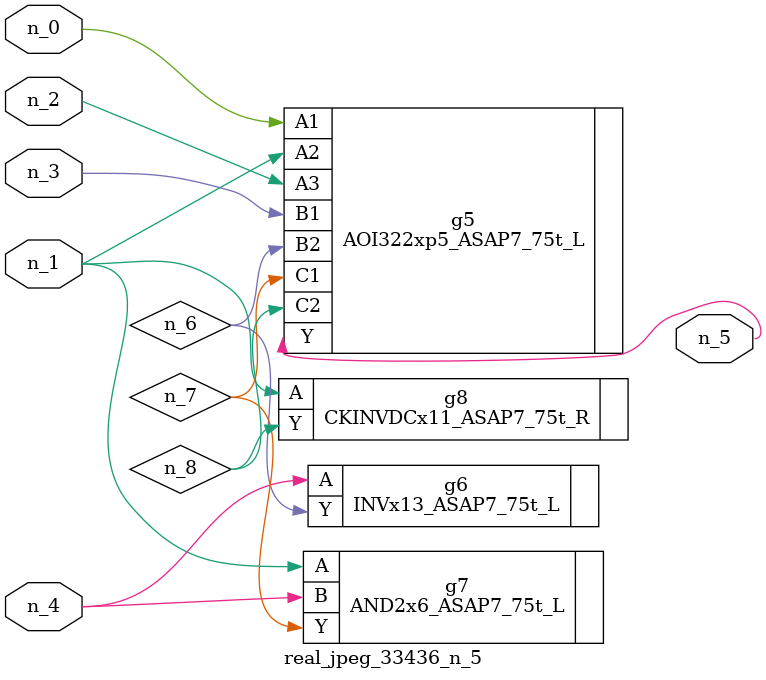
<source format=v>
module real_jpeg_33436_n_5 (n_4, n_0, n_1, n_2, n_3, n_5);

input n_4;
input n_0;
input n_1;
input n_2;
input n_3;

output n_5;

wire n_8;
wire n_6;
wire n_7;

AOI322xp5_ASAP7_75t_L g5 ( 
.A1(n_0),
.A2(n_1),
.A3(n_2),
.B1(n_3),
.B2(n_6),
.C1(n_7),
.C2(n_8),
.Y(n_5)
);

AND2x6_ASAP7_75t_L g7 ( 
.A(n_1),
.B(n_4),
.Y(n_7)
);

CKINVDCx11_ASAP7_75t_R g8 ( 
.A(n_1),
.Y(n_8)
);

INVx13_ASAP7_75t_L g6 ( 
.A(n_4),
.Y(n_6)
);


endmodule
</source>
